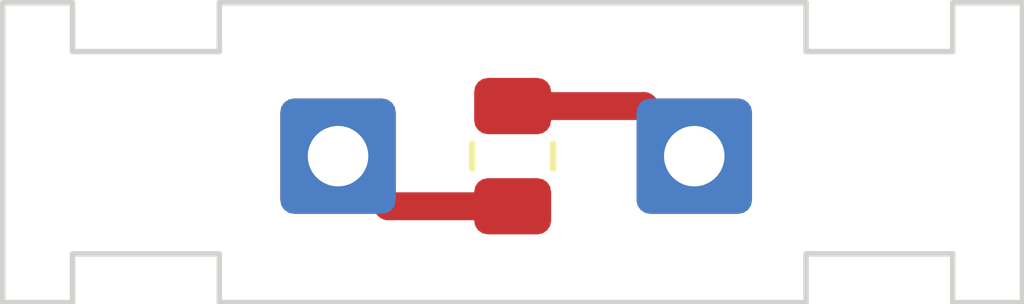
<source format=kicad_pcb>
(kicad_pcb (version 20221018) (generator pcbnew)
  (layers (0 "F.Cu" signal) (31 "B.Cu" signal) (34 "B.Paste" user) (35 "F.Paste" user) (36 "B.SilkS" user "B.Silkscreen") (37 "F.SilkS" user "F.Silkscreen") (38 "B.Mask" user) (39 "F.Mask" user) (44 "Edge.Cuts" user))
  (net 0 "")
  (net 1 "Net-(J1-Pin_1)")
  (net 2 "Net-(J2-Pin_1)")
  (footprint "Resistor_SMD:R_0805_2012Metric" (layer "F.Cu") (at 152.4 91.694 90)
    (fp_text reference "R1" hide)
    (fp_text value "R_US" hide)
    (fp_line (start -0.227064 -0.735) (end 0.227064 -0.735) (stroke (width 0.12)) (layer "F.SilkS"))
    (fp_line (start -0.227064 0.735) (end 0.227064 0.735) (stroke (width 0.12)) (layer "F.SilkS"))
    (pad "1" smd roundrect (at -0.9125 0 90) (size 1.025 1.4) (layers "F.Cu" "F.Paste" "F.Mask") (roundrect_rratio 0.243902439) (net 1 "Net-(J1-Pin_1)"))
    (pad "2" smd roundrect (at 0.9125 0 90) (size 1.025 1.4) (layers "F.Cu" "F.Paste" "F.Mask") (roundrect_rratio 0.243902439) (net 2 "Net-(J2-Pin_1)"))
  )
  (footprint "Connector_Wire:SolderWire-0.5sqmm_1x01_D0.9mm_OD2.1mm" (layer "F.Cu") (at 155.702 91.694)
    (fp_text reference "J2" hide)
    (fp_text value "Conn_01x01" hide)
    (pad "1" thru_hole roundrect (at 0 0) (size 2.1 2.1) (drill 1.1) (layers "*.Cu" "*.Mask") (roundrect_rratio 0.1190480952) (net 2 "Net-(J2-Pin_1)"))
  )
  (footprint "Connector_Wire:SolderWire-0.5sqmm_1x01_D0.9mm_OD2.1mm" (layer "F.Cu") (at 149.225 91.694)
    (fp_text reference "J1" hide)
    (fp_text value "Conn_01x01" hide)
    (pad "1" thru_hole roundrect (at 0 0) (size 2.1 2.1) (drill 1.1) (layers "*.Cu" "*.Mask") (roundrect_rratio 0.1190480952) (net 1 "Net-(J1-Pin_1)"))
  )
  (gr_line (start 147.066 88.9) (end 157.734 88.9) (stroke (width 0.1)) (layer "Edge.Cuts"))
  (gr_line (start 147.066 89.789) (end 144.399 89.789) (stroke (width 0.1)) (layer "Edge.Cuts"))
  (gr_line (start 143.129 88.9) (end 143.129 94.361) (stroke (width 0.1)) (layer "Edge.Cuts"))
  (gr_line (start 160.401 88.9) (end 161.671 88.9) (stroke (width 0.1)) (layer "Edge.Cuts"))
  (gr_line (start 157.734 93.472) (end 160.401 93.472) (stroke (width 0.1)) (layer "Edge.Cuts"))
  (gr_line (start 157.734 89.789) (end 160.401 89.789) (stroke (width 0.1)) (layer "Edge.Cuts"))
  (gr_line (start 157.734 88.9) (end 157.734 89.789) (stroke (width 0.1)) (layer "Edge.Cuts"))
  (gr_line (start 160.401 89.789) (end 160.401 88.9) (stroke (width 0.1)) (layer "Edge.Cuts"))
  (gr_line (start 157.734 94.361) (end 157.734 93.472) (stroke (width 0.1)) (layer "Edge.Cuts"))
  (gr_line (start 144.399 89.789) (end 144.399 88.9) (stroke (width 0.1)) (layer "Edge.Cuts"))
  (gr_line (start 143.129 94.361) (end 144.399 94.361) (stroke (width 0.1)) (layer "Edge.Cuts"))
  (gr_line (start 161.671 94.361) (end 161.671 88.9) (stroke (width 0.1)) (layer "Edge.Cuts"))
  (gr_line (start 147.066 88.9) (end 147.066 89.789) (stroke (width 0.1)) (layer "Edge.Cuts"))
  (gr_line (start 144.399 93.472) (end 147.066 93.472) (stroke (width 0.1)) (layer "Edge.Cuts"))
  (gr_line (start 160.401 93.472) (end 160.401 94.361) (stroke (width 0.1)) (layer "Edge.Cuts"))
  (gr_line (start 144.399 88.9) (end 143.129 88.9) (stroke (width 0.1)) (layer "Edge.Cuts"))
  (gr_line (start 144.399 94.361) (end 144.399 93.472) (stroke (width 0.1)) (layer "Edge.Cuts"))
  (gr_line (start 160.401 94.361) (end 161.671 94.361) (stroke (width 0.1)) (layer "Edge.Cuts"))
  (gr_line (start 147.066 93.472) (end 147.066 94.361) (stroke (width 0.1)) (layer "Edge.Cuts"))
  (gr_line (start 147.066 94.361) (end 157.734 94.361) (stroke (width 0.1)) (layer "Edge.Cuts"))
  (segment (start 152.4 92.6065) (end 150.1375 92.6065) (width 0.508) (layer "F.Cu") (net 1))
  (segment (start 150.1375 92.6065) (end 149.225 91.694) (width 0.508) (layer "F.Cu") (net 1))
  (segment (start 154.7895 90.7815) (end 155.702 91.694) (width 0.508) (layer "F.Cu") (net 2))
  (segment (start 152.4 90.7815) (end 154.7895 90.7815) (width 0.508) (layer "F.Cu") (net 2))
)
</source>
